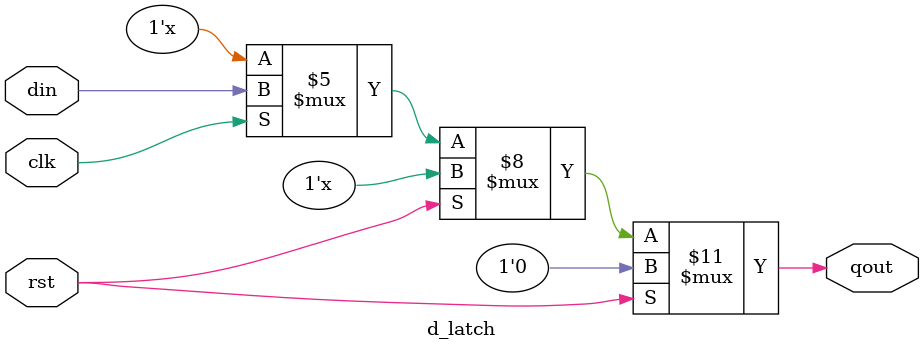
<source format=v>
module d_latch(din, clk, rst, qout) ;

	input din, clk, rst ;
	output reg qout ;

	always @(clk, rst, din)
		begin: always_block

			if( rst == 1 'b1)
				qout = 1 'b0 ;

			else if(clk == 1 'b1)
				begin 
					qout = din ;
				end

		end: always_block
endmodule
			

</source>
